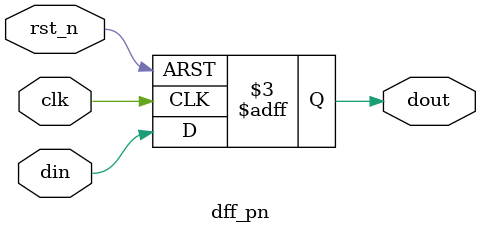
<source format=v>

`timescale	1ns/1ns

module dff_pn(clk,rst_n,din, dout);

	parameter DATA_WIDTH = 1      ;
	parameter DATA_VALUE = 0      ;
    
	input  clk        ;
   	input  rst_n       ;
	
	input	[DATA_WIDTH - 1 : 0]	din;
	
	output	[DATA_WIDTH - 1 : 0]	dout;
	reg		[DATA_WIDTH - 1 : 0]	dout;
   	
always @ (posedge clk or negedge rst_n)
  	begin
    if(!rst_n)
       begin
          dout <= #1 DATA_VALUE; //从0计数
       end
    else begin
          dout <= #1 din;
    	end
	end

endmodule
	




</source>
